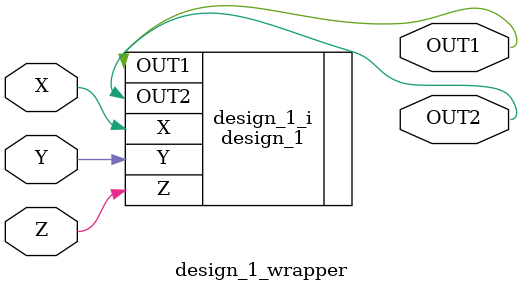
<source format=v>
`timescale 1 ps / 1 ps

module design_1_wrapper
   (OUT1,
    OUT2,
    X,
    Y,
    Z);
  output OUT1;
  output OUT2;
  input X;
  input Y;
  input Z;

  wire OUT1;
  wire OUT2;
  wire X;
  wire Y;
  wire Z;

  design_1 design_1_i
       (.OUT1(OUT1),
        .OUT2(OUT2),
        .X(X),
        .Y(Y),
        .Z(Z));
endmodule

</source>
